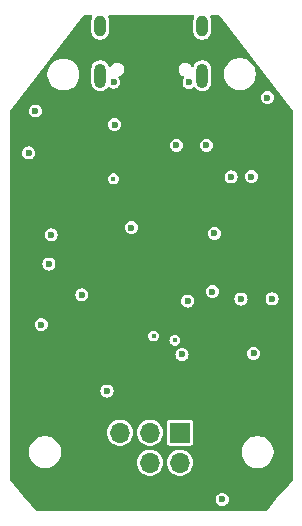
<source format=gbr>
%TF.GenerationSoftware,KiCad,Pcbnew,8.0.0*%
%TF.CreationDate,2026-01-20T23:42:32+05:30*%
%TF.ProjectId,PICKit_Clone_KiCAD,5049434b-6974-45f4-936c-6f6e655f4b69,1.0*%
%TF.SameCoordinates,Original*%
%TF.FileFunction,Copper,L3,Inr*%
%TF.FilePolarity,Positive*%
%FSLAX46Y46*%
G04 Gerber Fmt 4.6, Leading zero omitted, Abs format (unit mm)*
G04 Created by KiCad (PCBNEW 8.0.0) date 2026-01-20 23:42:32*
%MOMM*%
%LPD*%
G01*
G04 APERTURE LIST*
%TA.AperFunction,ComponentPad*%
%ADD10O,1.000000X1.800000*%
%TD*%
%TA.AperFunction,ComponentPad*%
%ADD11O,1.000000X2.100000*%
%TD*%
%TA.AperFunction,ComponentPad*%
%ADD12R,1.700000X1.700000*%
%TD*%
%TA.AperFunction,ComponentPad*%
%ADD13O,1.700000X1.700000*%
%TD*%
%TA.AperFunction,ViaPad*%
%ADD14C,0.600000*%
%TD*%
%TA.AperFunction,ViaPad*%
%ADD15C,0.400000*%
%TD*%
G04 APERTURE END LIST*
D10*
%TO.N,GND*%
%TO.C,J1*%
X150320001Y-71425000D03*
D11*
X150320000Y-75625000D03*
X141680000Y-75625000D03*
D10*
X141680000Y-71425000D03*
%TD*%
D12*
%TO.N,/PGD*%
%TO.C,J2*%
X148425000Y-105855000D03*
D13*
%TO.N,/PGC*%
X148424997Y-108395002D03*
%TO.N,/MCLR*%
X145884998Y-105854997D03*
%TO.N,/VIN*%
X145885000Y-108395000D03*
%TO.N,GND*%
X143345000Y-105855000D03*
%TO.N,/5V*%
X143345000Y-108395001D03*
%TD*%
D14*
%TO.N,GND*%
X137520000Y-89110000D03*
X137330000Y-91580000D03*
X140120000Y-94190000D03*
X152000000Y-111500000D03*
%TO.N,/5V*%
X149000000Y-111500000D03*
%TO.N,GND*%
X148600000Y-99220000D03*
X136170000Y-78610000D03*
X136677497Y-96709998D03*
X142250000Y-102340000D03*
X154670000Y-99150000D03*
X153590000Y-94540000D03*
X142800000Y-76180000D03*
X142900000Y-79780000D03*
X155830000Y-77500000D03*
X148110000Y-81520000D03*
X151340000Y-88989999D03*
X150660000Y-81520000D03*
X135630000Y-82170000D03*
X151170000Y-93910000D03*
D15*
X142794999Y-84359999D03*
D14*
X156230000Y-94530000D03*
X149200000Y-76210000D03*
X144300000Y-88490000D03*
%TO.N,/MCLR_SIG*%
X149090000Y-94720000D03*
%TO.N,/5V*%
X139320000Y-102260000D03*
X154360000Y-82710000D03*
X155510000Y-86700000D03*
X149390000Y-86560000D03*
D15*
X144740000Y-84370000D03*
D14*
X153620000Y-91420000D03*
X153640000Y-88990000D03*
D15*
X142795001Y-91360000D03*
D14*
X141150000Y-96670000D03*
%TO.N,/12V*%
X152760000Y-84200000D03*
X154460000Y-84190000D03*
D15*
%TO.N,Net-(Q2-G)*%
X146190000Y-97670000D03*
X147990000Y-98030000D03*
%TD*%
%TA.AperFunction,Conductor*%
%TO.N,/5V*%
G36*
X140966380Y-70520185D02*
G01*
X141012135Y-70572989D01*
X141022079Y-70642147D01*
X141013902Y-70671953D01*
X140958342Y-70806086D01*
X140958340Y-70806092D01*
X140929500Y-70951079D01*
X140929500Y-70951082D01*
X140929500Y-71898918D01*
X140929500Y-71898920D01*
X140929499Y-71898920D01*
X140958340Y-72043907D01*
X140958343Y-72043917D01*
X141014912Y-72180488D01*
X141014919Y-72180501D01*
X141097048Y-72303415D01*
X141097051Y-72303419D01*
X141201580Y-72407948D01*
X141201584Y-72407951D01*
X141324498Y-72490080D01*
X141324511Y-72490087D01*
X141461082Y-72546656D01*
X141461087Y-72546658D01*
X141461091Y-72546658D01*
X141461092Y-72546659D01*
X141606079Y-72575500D01*
X141606082Y-72575500D01*
X141753920Y-72575500D01*
X141851462Y-72556096D01*
X141898913Y-72546658D01*
X142035495Y-72490084D01*
X142158416Y-72407951D01*
X142262951Y-72303416D01*
X142345084Y-72180495D01*
X142401658Y-72043913D01*
X142430500Y-71898918D01*
X142430500Y-70951082D01*
X142430500Y-70951079D01*
X142401659Y-70806092D01*
X142401658Y-70806091D01*
X142401658Y-70806087D01*
X142346098Y-70671953D01*
X142338629Y-70602483D01*
X142369904Y-70540004D01*
X142429993Y-70504352D01*
X142460659Y-70500500D01*
X149539342Y-70500500D01*
X149606381Y-70520185D01*
X149652136Y-70572989D01*
X149662080Y-70642147D01*
X149653903Y-70671953D01*
X149598343Y-70806086D01*
X149598341Y-70806092D01*
X149569501Y-70951079D01*
X149569501Y-70951082D01*
X149569501Y-71898918D01*
X149569501Y-71898920D01*
X149569500Y-71898920D01*
X149598341Y-72043907D01*
X149598344Y-72043917D01*
X149654913Y-72180488D01*
X149654920Y-72180501D01*
X149737049Y-72303415D01*
X149737052Y-72303419D01*
X149841581Y-72407948D01*
X149841585Y-72407951D01*
X149964499Y-72490080D01*
X149964512Y-72490087D01*
X150101083Y-72546656D01*
X150101088Y-72546658D01*
X150101092Y-72546658D01*
X150101093Y-72546659D01*
X150246080Y-72575500D01*
X150246083Y-72575500D01*
X150393921Y-72575500D01*
X150491463Y-72556096D01*
X150538914Y-72546658D01*
X150675496Y-72490084D01*
X150798417Y-72407951D01*
X150902952Y-72303416D01*
X150985085Y-72180495D01*
X151041659Y-72043913D01*
X151070501Y-71898918D01*
X151070501Y-70951082D01*
X151070501Y-70951079D01*
X151041660Y-70806092D01*
X151041659Y-70806091D01*
X151041659Y-70806087D01*
X150986099Y-70671953D01*
X150978630Y-70602483D01*
X151009905Y-70540004D01*
X151069994Y-70504352D01*
X151100660Y-70500500D01*
X151691390Y-70500500D01*
X151758429Y-70520185D01*
X151789889Y-70549175D01*
X157974000Y-78636089D01*
X157999087Y-78701299D01*
X157999500Y-78711412D01*
X157999500Y-109773899D01*
X157979815Y-109840938D01*
X157970759Y-109853282D01*
X157623667Y-110269793D01*
X156598495Y-111500000D01*
X155802759Y-112454883D01*
X155744720Y-112493782D01*
X155707500Y-112499500D01*
X136292498Y-112499500D01*
X136225459Y-112479815D01*
X136197239Y-112454884D01*
X136197238Y-112454883D01*
X135401491Y-111500000D01*
X151444750Y-111500000D01*
X151463670Y-111643708D01*
X151463671Y-111643712D01*
X151519137Y-111777622D01*
X151519138Y-111777624D01*
X151519139Y-111777625D01*
X151607379Y-111892621D01*
X151722375Y-111980861D01*
X151856291Y-112036330D01*
X151983280Y-112053048D01*
X151999999Y-112055250D01*
X152000000Y-112055250D01*
X152000001Y-112055250D01*
X152014977Y-112053278D01*
X152143709Y-112036330D01*
X152277625Y-111980861D01*
X152392621Y-111892621D01*
X152480861Y-111777625D01*
X152536330Y-111643709D01*
X152555250Y-111500000D01*
X152536330Y-111356291D01*
X152480861Y-111222375D01*
X152392621Y-111107379D01*
X152277625Y-111019139D01*
X152277624Y-111019138D01*
X152277622Y-111019137D01*
X152143712Y-110963671D01*
X152143710Y-110963670D01*
X152143709Y-110963670D01*
X152071854Y-110954210D01*
X152000001Y-110944750D01*
X151999999Y-110944750D01*
X151856291Y-110963670D01*
X151856287Y-110963671D01*
X151722377Y-111019137D01*
X151607379Y-111107379D01*
X151519137Y-111222377D01*
X151463671Y-111356287D01*
X151463670Y-111356291D01*
X151444750Y-111499999D01*
X151444750Y-111500000D01*
X135401491Y-111500000D01*
X135170133Y-111222375D01*
X134029241Y-109853325D01*
X134001445Y-109789222D01*
X134000500Y-109773941D01*
X134000500Y-107606286D01*
X135649500Y-107606286D01*
X135682268Y-107813179D01*
X135682754Y-107816243D01*
X135741080Y-107995752D01*
X135748444Y-108018414D01*
X135844951Y-108207820D01*
X135969890Y-108379786D01*
X136120213Y-108530109D01*
X136292179Y-108655048D01*
X136292181Y-108655049D01*
X136292184Y-108655051D01*
X136481588Y-108751557D01*
X136683757Y-108817246D01*
X136893713Y-108850500D01*
X136893714Y-108850500D01*
X137106286Y-108850500D01*
X137106287Y-108850500D01*
X137316243Y-108817246D01*
X137518412Y-108751557D01*
X137707816Y-108655051D01*
X137786225Y-108598084D01*
X137879786Y-108530109D01*
X137879788Y-108530106D01*
X137879792Y-108530104D01*
X138014896Y-108395000D01*
X144779785Y-108395000D01*
X144798602Y-108598082D01*
X144854417Y-108794247D01*
X144854422Y-108794260D01*
X144945327Y-108976821D01*
X145068237Y-109139581D01*
X145218958Y-109276980D01*
X145218960Y-109276982D01*
X145318141Y-109338392D01*
X145392363Y-109384348D01*
X145582544Y-109458024D01*
X145783024Y-109495500D01*
X145783026Y-109495500D01*
X145986974Y-109495500D01*
X145986976Y-109495500D01*
X146187456Y-109458024D01*
X146377637Y-109384348D01*
X146551041Y-109276981D01*
X146701764Y-109139579D01*
X146824673Y-108976821D01*
X146915582Y-108794250D01*
X146971397Y-108598083D01*
X146990215Y-108395002D01*
X147319782Y-108395002D01*
X147338599Y-108598084D01*
X147394414Y-108794249D01*
X147394419Y-108794262D01*
X147485324Y-108976823D01*
X147608234Y-109139583D01*
X147758955Y-109276982D01*
X147758957Y-109276984D01*
X147858138Y-109338394D01*
X147932360Y-109384350D01*
X148122541Y-109458026D01*
X148323021Y-109495502D01*
X148323023Y-109495502D01*
X148526971Y-109495502D01*
X148526973Y-109495502D01*
X148727453Y-109458026D01*
X148917634Y-109384350D01*
X149091038Y-109276983D01*
X149241761Y-109139581D01*
X149364670Y-108976823D01*
X149455579Y-108794252D01*
X149511394Y-108598085D01*
X149530212Y-108395002D01*
X149511394Y-108191919D01*
X149455579Y-107995752D01*
X149364670Y-107813181D01*
X149241761Y-107650423D01*
X149241759Y-107650420D01*
X149193346Y-107606286D01*
X153649500Y-107606286D01*
X153682268Y-107813179D01*
X153682754Y-107816243D01*
X153741080Y-107995752D01*
X153748444Y-108018414D01*
X153844951Y-108207820D01*
X153969890Y-108379786D01*
X154120213Y-108530109D01*
X154292179Y-108655048D01*
X154292181Y-108655049D01*
X154292184Y-108655051D01*
X154481588Y-108751557D01*
X154683757Y-108817246D01*
X154893713Y-108850500D01*
X154893714Y-108850500D01*
X155106286Y-108850500D01*
X155106287Y-108850500D01*
X155316243Y-108817246D01*
X155518412Y-108751557D01*
X155707816Y-108655051D01*
X155786225Y-108598084D01*
X155879786Y-108530109D01*
X155879788Y-108530106D01*
X155879792Y-108530104D01*
X156030104Y-108379792D01*
X156030106Y-108379788D01*
X156030109Y-108379786D01*
X156155048Y-108207820D01*
X156155047Y-108207820D01*
X156155051Y-108207816D01*
X156251557Y-108018412D01*
X156317246Y-107816243D01*
X156350500Y-107606287D01*
X156350500Y-107393713D01*
X156317246Y-107183757D01*
X156251557Y-106981588D01*
X156155051Y-106792184D01*
X156155049Y-106792181D01*
X156155048Y-106792179D01*
X156030109Y-106620213D01*
X155879786Y-106469890D01*
X155707820Y-106344951D01*
X155518414Y-106248444D01*
X155518413Y-106248443D01*
X155518412Y-106248443D01*
X155316243Y-106182754D01*
X155316241Y-106182753D01*
X155316240Y-106182753D01*
X155154957Y-106157208D01*
X155106287Y-106149500D01*
X154893713Y-106149500D01*
X154845042Y-106157208D01*
X154683760Y-106182753D01*
X154481585Y-106248444D01*
X154292179Y-106344951D01*
X154120213Y-106469890D01*
X153969890Y-106620213D01*
X153844951Y-106792179D01*
X153748444Y-106981585D01*
X153682753Y-107183760D01*
X153649500Y-107393713D01*
X153649500Y-107606286D01*
X149193346Y-107606286D01*
X149091038Y-107513021D01*
X149091036Y-107513019D01*
X148917639Y-107405657D01*
X148917636Y-107405655D01*
X148917634Y-107405654D01*
X148917633Y-107405653D01*
X148917632Y-107405653D01*
X148822543Y-107368816D01*
X148727453Y-107331978D01*
X148526973Y-107294502D01*
X148323021Y-107294502D01*
X148122541Y-107331978D01*
X148122538Y-107331978D01*
X148122538Y-107331979D01*
X147932361Y-107405653D01*
X147932354Y-107405657D01*
X147758957Y-107513019D01*
X147758955Y-107513021D01*
X147608234Y-107650420D01*
X147485324Y-107813180D01*
X147394419Y-107995741D01*
X147394414Y-107995754D01*
X147338599Y-108191919D01*
X147319782Y-108395001D01*
X147319782Y-108395002D01*
X146990215Y-108395002D01*
X146990215Y-108395000D01*
X146971397Y-108191917D01*
X146915582Y-107995750D01*
X146824673Y-107813179D01*
X146701764Y-107650421D01*
X146701762Y-107650418D01*
X146551041Y-107513019D01*
X146551039Y-107513017D01*
X146377642Y-107405655D01*
X146377639Y-107405653D01*
X146377637Y-107405652D01*
X146377636Y-107405651D01*
X146377635Y-107405651D01*
X146282546Y-107368814D01*
X146187456Y-107331976D01*
X145986976Y-107294500D01*
X145783024Y-107294500D01*
X145582544Y-107331976D01*
X145582541Y-107331976D01*
X145582541Y-107331977D01*
X145392364Y-107405651D01*
X145392357Y-107405655D01*
X145218960Y-107513017D01*
X145218958Y-107513019D01*
X145068237Y-107650418D01*
X144945327Y-107813178D01*
X144854422Y-107995739D01*
X144854417Y-107995752D01*
X144798602Y-108191917D01*
X144779785Y-108394999D01*
X144779785Y-108395000D01*
X138014896Y-108395000D01*
X138030104Y-108379792D01*
X138030106Y-108379788D01*
X138030109Y-108379786D01*
X138155048Y-108207820D01*
X138155047Y-108207820D01*
X138155051Y-108207816D01*
X138251557Y-108018412D01*
X138317246Y-107816243D01*
X138350500Y-107606287D01*
X138350500Y-107393713D01*
X138317246Y-107183757D01*
X138251557Y-106981588D01*
X138155051Y-106792184D01*
X138155049Y-106792181D01*
X138155048Y-106792179D01*
X138030109Y-106620213D01*
X137879786Y-106469890D01*
X137707820Y-106344951D01*
X137518414Y-106248444D01*
X137518413Y-106248443D01*
X137518412Y-106248443D01*
X137316243Y-106182754D01*
X137316241Y-106182753D01*
X137316240Y-106182753D01*
X137154957Y-106157208D01*
X137106287Y-106149500D01*
X136893713Y-106149500D01*
X136845042Y-106157208D01*
X136683760Y-106182753D01*
X136481585Y-106248444D01*
X136292179Y-106344951D01*
X136120213Y-106469890D01*
X135969890Y-106620213D01*
X135844951Y-106792179D01*
X135748444Y-106981585D01*
X135682753Y-107183760D01*
X135649500Y-107393713D01*
X135649500Y-107606286D01*
X134000500Y-107606286D01*
X134000500Y-105855000D01*
X142239785Y-105855000D01*
X142258602Y-106058082D01*
X142314417Y-106254247D01*
X142314422Y-106254260D01*
X142405327Y-106436821D01*
X142528237Y-106599581D01*
X142678958Y-106736980D01*
X142678960Y-106736982D01*
X142768107Y-106792179D01*
X142852363Y-106844348D01*
X143042544Y-106918024D01*
X143243024Y-106955500D01*
X143243026Y-106955500D01*
X143446974Y-106955500D01*
X143446976Y-106955500D01*
X143647456Y-106918024D01*
X143837637Y-106844348D01*
X144011041Y-106736981D01*
X144161764Y-106599579D01*
X144284673Y-106436821D01*
X144375582Y-106254250D01*
X144431397Y-106058083D01*
X144450215Y-105855000D01*
X144450215Y-105854997D01*
X144779783Y-105854997D01*
X144798600Y-106058079D01*
X144854415Y-106254244D01*
X144854420Y-106254257D01*
X144945325Y-106436818D01*
X145068235Y-106599578D01*
X145218956Y-106736977D01*
X145218958Y-106736979D01*
X145218963Y-106736982D01*
X145392361Y-106844345D01*
X145582542Y-106918021D01*
X145783022Y-106955497D01*
X145783024Y-106955497D01*
X145986972Y-106955497D01*
X145986974Y-106955497D01*
X146187454Y-106918021D01*
X146377635Y-106844345D01*
X146551039Y-106736978D01*
X146559047Y-106729678D01*
X147324500Y-106729678D01*
X147339032Y-106802735D01*
X147339033Y-106802739D01*
X147339034Y-106802740D01*
X147394399Y-106885601D01*
X147477260Y-106940966D01*
X147477264Y-106940967D01*
X147550321Y-106955499D01*
X147550324Y-106955500D01*
X147550326Y-106955500D01*
X149299676Y-106955500D01*
X149299677Y-106955499D01*
X149372740Y-106940966D01*
X149455601Y-106885601D01*
X149510966Y-106802740D01*
X149525500Y-106729674D01*
X149525500Y-104980326D01*
X149525500Y-104980323D01*
X149525499Y-104980321D01*
X149510967Y-104907264D01*
X149510966Y-104907260D01*
X149455601Y-104824399D01*
X149372740Y-104769034D01*
X149372739Y-104769033D01*
X149372735Y-104769032D01*
X149299677Y-104754500D01*
X149299674Y-104754500D01*
X147550326Y-104754500D01*
X147550323Y-104754500D01*
X147477264Y-104769032D01*
X147477260Y-104769033D01*
X147394399Y-104824399D01*
X147339033Y-104907260D01*
X147339032Y-104907264D01*
X147324500Y-104980321D01*
X147324500Y-106729678D01*
X146559047Y-106729678D01*
X146701762Y-106599576D01*
X146824671Y-106436818D01*
X146915580Y-106254247D01*
X146971395Y-106058080D01*
X146990213Y-105854997D01*
X146971395Y-105651914D01*
X146915580Y-105455747D01*
X146824671Y-105273176D01*
X146765702Y-105195088D01*
X146701760Y-105110415D01*
X146551039Y-104973016D01*
X146551037Y-104973014D01*
X146377640Y-104865652D01*
X146377633Y-104865648D01*
X146187464Y-104791977D01*
X146187454Y-104791973D01*
X145986974Y-104754497D01*
X145783022Y-104754497D01*
X145582542Y-104791973D01*
X145582539Y-104791973D01*
X145582539Y-104791974D01*
X145392362Y-104865648D01*
X145392355Y-104865652D01*
X145218958Y-104973014D01*
X145218956Y-104973016D01*
X145068235Y-105110415D01*
X144945325Y-105273175D01*
X144854420Y-105455736D01*
X144854415Y-105455749D01*
X144798600Y-105651914D01*
X144779783Y-105854996D01*
X144779783Y-105854997D01*
X144450215Y-105854997D01*
X144431397Y-105651917D01*
X144375582Y-105455750D01*
X144375575Y-105455736D01*
X144331272Y-105366764D01*
X144284673Y-105273179D01*
X144161764Y-105110421D01*
X144161762Y-105110418D01*
X144011041Y-104973019D01*
X144011039Y-104973017D01*
X143837642Y-104865655D01*
X143837635Y-104865651D01*
X143731150Y-104824399D01*
X143647456Y-104791976D01*
X143446976Y-104754500D01*
X143243024Y-104754500D01*
X143042544Y-104791976D01*
X143042541Y-104791976D01*
X143042541Y-104791977D01*
X142852364Y-104865651D01*
X142852357Y-104865655D01*
X142678960Y-104973017D01*
X142678958Y-104973019D01*
X142528237Y-105110418D01*
X142405327Y-105273178D01*
X142314422Y-105455739D01*
X142314417Y-105455752D01*
X142258602Y-105651917D01*
X142239785Y-105854999D01*
X142239785Y-105855000D01*
X134000500Y-105855000D01*
X134000500Y-102340000D01*
X141694750Y-102340000D01*
X141713670Y-102483708D01*
X141713671Y-102483712D01*
X141769137Y-102617622D01*
X141769138Y-102617624D01*
X141769139Y-102617625D01*
X141857379Y-102732621D01*
X141972375Y-102820861D01*
X142106291Y-102876330D01*
X142233280Y-102893048D01*
X142249999Y-102895250D01*
X142250000Y-102895250D01*
X142250001Y-102895250D01*
X142264977Y-102893278D01*
X142393709Y-102876330D01*
X142527625Y-102820861D01*
X142642621Y-102732621D01*
X142730861Y-102617625D01*
X142786330Y-102483709D01*
X142805250Y-102340000D01*
X142786330Y-102196291D01*
X142730861Y-102062375D01*
X142642621Y-101947379D01*
X142527625Y-101859139D01*
X142527624Y-101859138D01*
X142527622Y-101859137D01*
X142393712Y-101803671D01*
X142393710Y-101803670D01*
X142393709Y-101803670D01*
X142321854Y-101794210D01*
X142250001Y-101784750D01*
X142249999Y-101784750D01*
X142106291Y-101803670D01*
X142106287Y-101803671D01*
X141972377Y-101859137D01*
X141857379Y-101947379D01*
X141769137Y-102062377D01*
X141713671Y-102196287D01*
X141713670Y-102196291D01*
X141694750Y-102339999D01*
X141694750Y-102340000D01*
X134000500Y-102340000D01*
X134000500Y-99220000D01*
X148044750Y-99220000D01*
X148063670Y-99363708D01*
X148063671Y-99363712D01*
X148119137Y-99497622D01*
X148119138Y-99497624D01*
X148119139Y-99497625D01*
X148207379Y-99612621D01*
X148322375Y-99700861D01*
X148456291Y-99756330D01*
X148583280Y-99773048D01*
X148599999Y-99775250D01*
X148600000Y-99775250D01*
X148600001Y-99775250D01*
X148614977Y-99773278D01*
X148743709Y-99756330D01*
X148877625Y-99700861D01*
X148992621Y-99612621D01*
X149080861Y-99497625D01*
X149136330Y-99363709D01*
X149155250Y-99220000D01*
X149146034Y-99150000D01*
X154114750Y-99150000D01*
X154133670Y-99293708D01*
X154133671Y-99293712D01*
X154189137Y-99427622D01*
X154189138Y-99427624D01*
X154189139Y-99427625D01*
X154277379Y-99542621D01*
X154392375Y-99630861D01*
X154526291Y-99686330D01*
X154653280Y-99703048D01*
X154669999Y-99705250D01*
X154670000Y-99705250D01*
X154670001Y-99705250D01*
X154684977Y-99703278D01*
X154813709Y-99686330D01*
X154947625Y-99630861D01*
X155062621Y-99542621D01*
X155150861Y-99427625D01*
X155206330Y-99293709D01*
X155225250Y-99150000D01*
X155206330Y-99006291D01*
X155150861Y-98872375D01*
X155062621Y-98757379D01*
X154947625Y-98669139D01*
X154947624Y-98669138D01*
X154947622Y-98669137D01*
X154813712Y-98613671D01*
X154813710Y-98613670D01*
X154813709Y-98613670D01*
X154741854Y-98604210D01*
X154670001Y-98594750D01*
X154669999Y-98594750D01*
X154526291Y-98613670D01*
X154526287Y-98613671D01*
X154392377Y-98669137D01*
X154277379Y-98757379D01*
X154189137Y-98872377D01*
X154133671Y-99006287D01*
X154133670Y-99006291D01*
X154114750Y-99149999D01*
X154114750Y-99150000D01*
X149146034Y-99150000D01*
X149136330Y-99076291D01*
X149080861Y-98942375D01*
X148992621Y-98827379D01*
X148877625Y-98739139D01*
X148877624Y-98739138D01*
X148877622Y-98739137D01*
X148743712Y-98683671D01*
X148743710Y-98683670D01*
X148743709Y-98683670D01*
X148671854Y-98674210D01*
X148600001Y-98664750D01*
X148599999Y-98664750D01*
X148456291Y-98683670D01*
X148456287Y-98683671D01*
X148322377Y-98739137D01*
X148207379Y-98827379D01*
X148119137Y-98942377D01*
X148063671Y-99076287D01*
X148063670Y-99076291D01*
X148044750Y-99219999D01*
X148044750Y-99220000D01*
X134000500Y-99220000D01*
X134000500Y-97670000D01*
X145734867Y-97670000D01*
X145753302Y-97798225D01*
X145800592Y-97901774D01*
X145807118Y-97916063D01*
X145891951Y-98013967D01*
X146000931Y-98084004D01*
X146125225Y-98120499D01*
X146125227Y-98120500D01*
X146125228Y-98120500D01*
X146254773Y-98120500D01*
X146254773Y-98120499D01*
X146379069Y-98084004D01*
X146463101Y-98030000D01*
X147534867Y-98030000D01*
X147553302Y-98158225D01*
X147607117Y-98276061D01*
X147607118Y-98276063D01*
X147691951Y-98373967D01*
X147800931Y-98444004D01*
X147925225Y-98480499D01*
X147925227Y-98480500D01*
X147925228Y-98480500D01*
X148054773Y-98480500D01*
X148054773Y-98480499D01*
X148179069Y-98444004D01*
X148288049Y-98373967D01*
X148372882Y-98276063D01*
X148426697Y-98158226D01*
X148445133Y-98030000D01*
X148426697Y-97901774D01*
X148372882Y-97783937D01*
X148288049Y-97686033D01*
X148179069Y-97615996D01*
X148179065Y-97615994D01*
X148179064Y-97615994D01*
X148054774Y-97579500D01*
X148054772Y-97579500D01*
X147925228Y-97579500D01*
X147925226Y-97579500D01*
X147800935Y-97615994D01*
X147800932Y-97615995D01*
X147800931Y-97615996D01*
X147749677Y-97648934D01*
X147691950Y-97686033D01*
X147607118Y-97783937D01*
X147607117Y-97783938D01*
X147553302Y-97901774D01*
X147534867Y-98030000D01*
X146463101Y-98030000D01*
X146488049Y-98013967D01*
X146572882Y-97916063D01*
X146626697Y-97798226D01*
X146645133Y-97670000D01*
X146626697Y-97541774D01*
X146572882Y-97423937D01*
X146488049Y-97326033D01*
X146379069Y-97255996D01*
X146379065Y-97255994D01*
X146379064Y-97255994D01*
X146254774Y-97219500D01*
X146254772Y-97219500D01*
X146125228Y-97219500D01*
X146125226Y-97219500D01*
X146000935Y-97255994D01*
X146000932Y-97255995D01*
X146000931Y-97255996D01*
X145986535Y-97265248D01*
X145891950Y-97326033D01*
X145807118Y-97423937D01*
X145807117Y-97423938D01*
X145753302Y-97541774D01*
X145734867Y-97670000D01*
X134000500Y-97670000D01*
X134000500Y-96709998D01*
X136122247Y-96709998D01*
X136141167Y-96853706D01*
X136141168Y-96853710D01*
X136196634Y-96987620D01*
X136196635Y-96987622D01*
X136196636Y-96987623D01*
X136284876Y-97102619D01*
X136399872Y-97190859D01*
X136533788Y-97246328D01*
X136660777Y-97263046D01*
X136677496Y-97265248D01*
X136677497Y-97265248D01*
X136677498Y-97265248D01*
X136692474Y-97263276D01*
X136821206Y-97246328D01*
X136955122Y-97190859D01*
X137070118Y-97102619D01*
X137158358Y-96987623D01*
X137213827Y-96853707D01*
X137232747Y-96709998D01*
X137213827Y-96566289D01*
X137158358Y-96432373D01*
X137070118Y-96317377D01*
X136955122Y-96229137D01*
X136955121Y-96229136D01*
X136955119Y-96229135D01*
X136821209Y-96173669D01*
X136821207Y-96173668D01*
X136821206Y-96173668D01*
X136749351Y-96164208D01*
X136677498Y-96154748D01*
X136677496Y-96154748D01*
X136533788Y-96173668D01*
X136533784Y-96173669D01*
X136399874Y-96229135D01*
X136284876Y-96317377D01*
X136196634Y-96432375D01*
X136141168Y-96566285D01*
X136141167Y-96566289D01*
X136122247Y-96709997D01*
X136122247Y-96709998D01*
X134000500Y-96709998D01*
X134000500Y-94190000D01*
X139564750Y-94190000D01*
X139583670Y-94333708D01*
X139583671Y-94333712D01*
X139639137Y-94467622D01*
X139639138Y-94467624D01*
X139639139Y-94467625D01*
X139727379Y-94582621D01*
X139842375Y-94670861D01*
X139842376Y-94670861D01*
X139842377Y-94670862D01*
X139887013Y-94689350D01*
X139976291Y-94726330D01*
X140103280Y-94743048D01*
X140119999Y-94745250D01*
X140120000Y-94745250D01*
X140120001Y-94745250D01*
X140134977Y-94743278D01*
X140263709Y-94726330D01*
X140278991Y-94720000D01*
X148534750Y-94720000D01*
X148547602Y-94817622D01*
X148553670Y-94863708D01*
X148553671Y-94863712D01*
X148609137Y-94997622D01*
X148609138Y-94997624D01*
X148609139Y-94997625D01*
X148697379Y-95112621D01*
X148812375Y-95200861D01*
X148946291Y-95256330D01*
X149073280Y-95273048D01*
X149089999Y-95275250D01*
X149090000Y-95275250D01*
X149090001Y-95275250D01*
X149104977Y-95273278D01*
X149233709Y-95256330D01*
X149367625Y-95200861D01*
X149482621Y-95112621D01*
X149570861Y-94997625D01*
X149626330Y-94863709D01*
X149645250Y-94720000D01*
X149626330Y-94576291D01*
X149611298Y-94540000D01*
X153034750Y-94540000D01*
X153052353Y-94673709D01*
X153053670Y-94683708D01*
X153053671Y-94683712D01*
X153109137Y-94817622D01*
X153109138Y-94817624D01*
X153109139Y-94817625D01*
X153197379Y-94932621D01*
X153312375Y-95020861D01*
X153446291Y-95076330D01*
X153573280Y-95093048D01*
X153589999Y-95095250D01*
X153590000Y-95095250D01*
X153590001Y-95095250D01*
X153604977Y-95093278D01*
X153733709Y-95076330D01*
X153867625Y-95020861D01*
X153982621Y-94932621D01*
X154070861Y-94817625D01*
X154126330Y-94683709D01*
X154145250Y-94540000D01*
X154143933Y-94530000D01*
X155674750Y-94530000D01*
X155693670Y-94673708D01*
X155693671Y-94673712D01*
X155749137Y-94807622D01*
X155749138Y-94807624D01*
X155749139Y-94807625D01*
X155837379Y-94922621D01*
X155952375Y-95010861D01*
X156086291Y-95066330D01*
X156213280Y-95083048D01*
X156229999Y-95085250D01*
X156230000Y-95085250D01*
X156230001Y-95085250D01*
X156244977Y-95083278D01*
X156373709Y-95066330D01*
X156507625Y-95010861D01*
X156622621Y-94922621D01*
X156710861Y-94807625D01*
X156766330Y-94673709D01*
X156785250Y-94530000D01*
X156766330Y-94386291D01*
X156710861Y-94252375D01*
X156622621Y-94137379D01*
X156507625Y-94049139D01*
X156507624Y-94049138D01*
X156507622Y-94049137D01*
X156373712Y-93993671D01*
X156373710Y-93993670D01*
X156373709Y-93993670D01*
X156301854Y-93984210D01*
X156230001Y-93974750D01*
X156229999Y-93974750D01*
X156086291Y-93993670D01*
X156086287Y-93993671D01*
X155952377Y-94049137D01*
X155837379Y-94137379D01*
X155749137Y-94252377D01*
X155693671Y-94386287D01*
X155693670Y-94386291D01*
X155674750Y-94529999D01*
X155674750Y-94530000D01*
X154143933Y-94530000D01*
X154135721Y-94467622D01*
X154126330Y-94396291D01*
X154070861Y-94262375D01*
X153982621Y-94147379D01*
X153867625Y-94059139D01*
X153867624Y-94059138D01*
X153867622Y-94059137D01*
X153733712Y-94003671D01*
X153733710Y-94003670D01*
X153733709Y-94003670D01*
X153661854Y-93994210D01*
X153590001Y-93984750D01*
X153589999Y-93984750D01*
X153446291Y-94003670D01*
X153446287Y-94003671D01*
X153312377Y-94059137D01*
X153197379Y-94147379D01*
X153109137Y-94262377D01*
X153053671Y-94396287D01*
X153053670Y-94396291D01*
X153036067Y-94530000D01*
X153034750Y-94540000D01*
X149611298Y-94540000D01*
X149581320Y-94467625D01*
X149570862Y-94442377D01*
X149570861Y-94442376D01*
X149570861Y-94442375D01*
X149482621Y-94327379D01*
X149367625Y-94239139D01*
X149367624Y-94239138D01*
X149367622Y-94239137D01*
X149233712Y-94183671D01*
X149233710Y-94183670D01*
X149233709Y-94183670D01*
X149161854Y-94174210D01*
X149090001Y-94164750D01*
X149089999Y-94164750D01*
X148946291Y-94183670D01*
X148946287Y-94183671D01*
X148812377Y-94239137D01*
X148697379Y-94327379D01*
X148609137Y-94442377D01*
X148553671Y-94576287D01*
X148553670Y-94576291D01*
X148540845Y-94673708D01*
X148534750Y-94720000D01*
X140278991Y-94720000D01*
X140397625Y-94670861D01*
X140512621Y-94582621D01*
X140600861Y-94467625D01*
X140656330Y-94333709D01*
X140675250Y-94190000D01*
X140656330Y-94046291D01*
X140600861Y-93912375D01*
X140599039Y-93910000D01*
X150614750Y-93910000D01*
X150632693Y-94046291D01*
X150633670Y-94053708D01*
X150633671Y-94053712D01*
X150689137Y-94187622D01*
X150689138Y-94187624D01*
X150689139Y-94187625D01*
X150777379Y-94302621D01*
X150892375Y-94390861D01*
X150892376Y-94390861D01*
X150892377Y-94390862D01*
X150905484Y-94396291D01*
X151026291Y-94446330D01*
X151153280Y-94463048D01*
X151169999Y-94465250D01*
X151170000Y-94465250D01*
X151170001Y-94465250D01*
X151184977Y-94463278D01*
X151313709Y-94446330D01*
X151447625Y-94390861D01*
X151562621Y-94302621D01*
X151650861Y-94187625D01*
X151706330Y-94053709D01*
X151725250Y-93910000D01*
X151706330Y-93766291D01*
X151650861Y-93632375D01*
X151562621Y-93517379D01*
X151447625Y-93429139D01*
X151447624Y-93429138D01*
X151447622Y-93429137D01*
X151313712Y-93373671D01*
X151313710Y-93373670D01*
X151313709Y-93373670D01*
X151241854Y-93364210D01*
X151170001Y-93354750D01*
X151169999Y-93354750D01*
X151026291Y-93373670D01*
X151026287Y-93373671D01*
X150892377Y-93429137D01*
X150777379Y-93517379D01*
X150689137Y-93632377D01*
X150633671Y-93766287D01*
X150633670Y-93766291D01*
X150614750Y-93910000D01*
X140599039Y-93910000D01*
X140512621Y-93797379D01*
X140397625Y-93709139D01*
X140397624Y-93709138D01*
X140397622Y-93709137D01*
X140263712Y-93653671D01*
X140263710Y-93653670D01*
X140263709Y-93653670D01*
X140191854Y-93644210D01*
X140120001Y-93634750D01*
X140119999Y-93634750D01*
X139976291Y-93653670D01*
X139976287Y-93653671D01*
X139842377Y-93709137D01*
X139727379Y-93797379D01*
X139639137Y-93912377D01*
X139583671Y-94046287D01*
X139583670Y-94046291D01*
X139564750Y-94189999D01*
X139564750Y-94190000D01*
X134000500Y-94190000D01*
X134000500Y-91580000D01*
X136774750Y-91580000D01*
X136793670Y-91723708D01*
X136793671Y-91723712D01*
X136849137Y-91857622D01*
X136849138Y-91857624D01*
X136849139Y-91857625D01*
X136937379Y-91972621D01*
X137052375Y-92060861D01*
X137186291Y-92116330D01*
X137313280Y-92133048D01*
X137329999Y-92135250D01*
X137330000Y-92135250D01*
X137330001Y-92135250D01*
X137344977Y-92133278D01*
X137473709Y-92116330D01*
X137607625Y-92060861D01*
X137722621Y-91972621D01*
X137810861Y-91857625D01*
X137866330Y-91723709D01*
X137885250Y-91580000D01*
X137866330Y-91436291D01*
X137810861Y-91302375D01*
X137722621Y-91187379D01*
X137607625Y-91099139D01*
X137607624Y-91099138D01*
X137607622Y-91099137D01*
X137473712Y-91043671D01*
X137473710Y-91043670D01*
X137473709Y-91043670D01*
X137401854Y-91034210D01*
X137330001Y-91024750D01*
X137329999Y-91024750D01*
X137186291Y-91043670D01*
X137186287Y-91043671D01*
X137052377Y-91099137D01*
X136937379Y-91187379D01*
X136849137Y-91302377D01*
X136793671Y-91436287D01*
X136793670Y-91436291D01*
X136774750Y-91579999D01*
X136774750Y-91580000D01*
X134000500Y-91580000D01*
X134000500Y-89110000D01*
X136964750Y-89110000D01*
X136983670Y-89253708D01*
X136983671Y-89253712D01*
X137039137Y-89387622D01*
X137039138Y-89387624D01*
X137039139Y-89387625D01*
X137127379Y-89502621D01*
X137242375Y-89590861D01*
X137376291Y-89646330D01*
X137503280Y-89663048D01*
X137519999Y-89665250D01*
X137520000Y-89665250D01*
X137520001Y-89665250D01*
X137534977Y-89663278D01*
X137663709Y-89646330D01*
X137797625Y-89590861D01*
X137912621Y-89502621D01*
X138000861Y-89387625D01*
X138056330Y-89253709D01*
X138075250Y-89110000D01*
X138056330Y-88966291D01*
X138000861Y-88832375D01*
X137912621Y-88717379D01*
X137797625Y-88629139D01*
X137797624Y-88629138D01*
X137797622Y-88629137D01*
X137663712Y-88573671D01*
X137663710Y-88573670D01*
X137663709Y-88573670D01*
X137591854Y-88564210D01*
X137520001Y-88554750D01*
X137519999Y-88554750D01*
X137376291Y-88573670D01*
X137376287Y-88573671D01*
X137242377Y-88629137D01*
X137127379Y-88717379D01*
X137039137Y-88832377D01*
X136983671Y-88966287D01*
X136983670Y-88966291D01*
X136964750Y-89109999D01*
X136964750Y-89110000D01*
X134000500Y-89110000D01*
X134000500Y-88490000D01*
X143744750Y-88490000D01*
X143763670Y-88633708D01*
X143763671Y-88633712D01*
X143819137Y-88767622D01*
X143819138Y-88767624D01*
X143819139Y-88767625D01*
X143907379Y-88882621D01*
X144022375Y-88970861D01*
X144156291Y-89026330D01*
X144283280Y-89043048D01*
X144299999Y-89045250D01*
X144300000Y-89045250D01*
X144300001Y-89045250D01*
X144314977Y-89043278D01*
X144443709Y-89026330D01*
X144531421Y-88989999D01*
X150784750Y-88989999D01*
X150803670Y-89133707D01*
X150803671Y-89133711D01*
X150859137Y-89267621D01*
X150859138Y-89267623D01*
X150859139Y-89267624D01*
X150947379Y-89382620D01*
X151062375Y-89470860D01*
X151196291Y-89526329D01*
X151323280Y-89543047D01*
X151339999Y-89545249D01*
X151340000Y-89545249D01*
X151340001Y-89545249D01*
X151354977Y-89543277D01*
X151483709Y-89526329D01*
X151617625Y-89470860D01*
X151732621Y-89382620D01*
X151820861Y-89267624D01*
X151876330Y-89133708D01*
X151895250Y-88989999D01*
X151876330Y-88846290D01*
X151820861Y-88712374D01*
X151732621Y-88597378D01*
X151617625Y-88509138D01*
X151617624Y-88509137D01*
X151617622Y-88509136D01*
X151483712Y-88453670D01*
X151483710Y-88453669D01*
X151483709Y-88453669D01*
X151411854Y-88444209D01*
X151340001Y-88434749D01*
X151339999Y-88434749D01*
X151196291Y-88453669D01*
X151196287Y-88453670D01*
X151062377Y-88509136D01*
X150947379Y-88597378D01*
X150859137Y-88712376D01*
X150803671Y-88846286D01*
X150803670Y-88846290D01*
X150784750Y-88989998D01*
X150784750Y-88989999D01*
X144531421Y-88989999D01*
X144577625Y-88970861D01*
X144692621Y-88882621D01*
X144780861Y-88767625D01*
X144836330Y-88633709D01*
X144855250Y-88490000D01*
X144836330Y-88346291D01*
X144780861Y-88212375D01*
X144692621Y-88097379D01*
X144577625Y-88009139D01*
X144577624Y-88009138D01*
X144577622Y-88009137D01*
X144443712Y-87953671D01*
X144443710Y-87953670D01*
X144443709Y-87953670D01*
X144371854Y-87944210D01*
X144300001Y-87934750D01*
X144299999Y-87934750D01*
X144156291Y-87953670D01*
X144156287Y-87953671D01*
X144022377Y-88009137D01*
X143907379Y-88097379D01*
X143819137Y-88212377D01*
X143763671Y-88346287D01*
X143763670Y-88346291D01*
X143744750Y-88489999D01*
X143744750Y-88490000D01*
X134000500Y-88490000D01*
X134000500Y-84359999D01*
X142339866Y-84359999D01*
X142358301Y-84488224D01*
X142412116Y-84606060D01*
X142412117Y-84606062D01*
X142496950Y-84703966D01*
X142605930Y-84774003D01*
X142730224Y-84810498D01*
X142730226Y-84810499D01*
X142730227Y-84810499D01*
X142859772Y-84810499D01*
X142859772Y-84810498D01*
X142984068Y-84774003D01*
X143093048Y-84703966D01*
X143177881Y-84606062D01*
X143231696Y-84488225D01*
X143250132Y-84359999D01*
X143231696Y-84231773D01*
X143217186Y-84200000D01*
X152204750Y-84200000D01*
X152222353Y-84333709D01*
X152223670Y-84343708D01*
X152223671Y-84343712D01*
X152279137Y-84477622D01*
X152279138Y-84477624D01*
X152279139Y-84477625D01*
X152367379Y-84592621D01*
X152482375Y-84680861D01*
X152616291Y-84736330D01*
X152743280Y-84753048D01*
X152759999Y-84755250D01*
X152760000Y-84755250D01*
X152760001Y-84755250D01*
X152774977Y-84753278D01*
X152903709Y-84736330D01*
X153037625Y-84680861D01*
X153152621Y-84592621D01*
X153240861Y-84477625D01*
X153296330Y-84343709D01*
X153315250Y-84200000D01*
X153313933Y-84190000D01*
X153904750Y-84190000D01*
X153923670Y-84333708D01*
X153923671Y-84333712D01*
X153979137Y-84467622D01*
X153979138Y-84467624D01*
X153979139Y-84467625D01*
X154067379Y-84582621D01*
X154182375Y-84670861D01*
X154316291Y-84726330D01*
X154443280Y-84743048D01*
X154459999Y-84745250D01*
X154460000Y-84745250D01*
X154460001Y-84745250D01*
X154474977Y-84743278D01*
X154603709Y-84726330D01*
X154737625Y-84670861D01*
X154852621Y-84582621D01*
X154940861Y-84467625D01*
X154996330Y-84333709D01*
X155015250Y-84190000D01*
X154996330Y-84046291D01*
X154940861Y-83912375D01*
X154852621Y-83797379D01*
X154737625Y-83709139D01*
X154737624Y-83709138D01*
X154737622Y-83709137D01*
X154603712Y-83653671D01*
X154603710Y-83653670D01*
X154603709Y-83653670D01*
X154531854Y-83644210D01*
X154460001Y-83634750D01*
X154459999Y-83634750D01*
X154316291Y-83653670D01*
X154316287Y-83653671D01*
X154182377Y-83709137D01*
X154067379Y-83797379D01*
X153979137Y-83912377D01*
X153923671Y-84046287D01*
X153923670Y-84046291D01*
X153904750Y-84189999D01*
X153904750Y-84190000D01*
X153313933Y-84190000D01*
X153303919Y-84113936D01*
X153296330Y-84056291D01*
X153240861Y-83922375D01*
X153152621Y-83807379D01*
X153037625Y-83719139D01*
X153037624Y-83719138D01*
X153037622Y-83719137D01*
X152903712Y-83663671D01*
X152903710Y-83663670D01*
X152903709Y-83663670D01*
X152831854Y-83654210D01*
X152760001Y-83644750D01*
X152759999Y-83644750D01*
X152616291Y-83663670D01*
X152616287Y-83663671D01*
X152482377Y-83719137D01*
X152367379Y-83807379D01*
X152279137Y-83922377D01*
X152223671Y-84056287D01*
X152223670Y-84056291D01*
X152206067Y-84190000D01*
X152204750Y-84200000D01*
X143217186Y-84200000D01*
X143177881Y-84113936D01*
X143093048Y-84016032D01*
X142984068Y-83945995D01*
X142984064Y-83945993D01*
X142984063Y-83945993D01*
X142859773Y-83909499D01*
X142859771Y-83909499D01*
X142730227Y-83909499D01*
X142730225Y-83909499D01*
X142605934Y-83945993D01*
X142605931Y-83945994D01*
X142605930Y-83945995D01*
X142554676Y-83978933D01*
X142496949Y-84016032D01*
X142412117Y-84113936D01*
X142412116Y-84113937D01*
X142358301Y-84231773D01*
X142339866Y-84359999D01*
X134000500Y-84359999D01*
X134000500Y-82170000D01*
X135074750Y-82170000D01*
X135093670Y-82313708D01*
X135093671Y-82313712D01*
X135149137Y-82447622D01*
X135149138Y-82447624D01*
X135149139Y-82447625D01*
X135237379Y-82562621D01*
X135352375Y-82650861D01*
X135486291Y-82706330D01*
X135613280Y-82723048D01*
X135629999Y-82725250D01*
X135630000Y-82725250D01*
X135630001Y-82725250D01*
X135644977Y-82723278D01*
X135773709Y-82706330D01*
X135907625Y-82650861D01*
X136022621Y-82562621D01*
X136110861Y-82447625D01*
X136166330Y-82313709D01*
X136185250Y-82170000D01*
X136166330Y-82026291D01*
X136110861Y-81892375D01*
X136022621Y-81777379D01*
X135907625Y-81689139D01*
X135907624Y-81689138D01*
X135907622Y-81689137D01*
X135773712Y-81633671D01*
X135773710Y-81633670D01*
X135773709Y-81633670D01*
X135701854Y-81624210D01*
X135630001Y-81614750D01*
X135629999Y-81614750D01*
X135486291Y-81633670D01*
X135486287Y-81633671D01*
X135352377Y-81689137D01*
X135237379Y-81777379D01*
X135149137Y-81892377D01*
X135093671Y-82026287D01*
X135093670Y-82026291D01*
X135074750Y-82169999D01*
X135074750Y-82170000D01*
X134000500Y-82170000D01*
X134000500Y-81520000D01*
X147554750Y-81520000D01*
X147573670Y-81663708D01*
X147573671Y-81663712D01*
X147629137Y-81797622D01*
X147629138Y-81797624D01*
X147629139Y-81797625D01*
X147717379Y-81912621D01*
X147832375Y-82000861D01*
X147966291Y-82056330D01*
X148093280Y-82073048D01*
X148109999Y-82075250D01*
X148110000Y-82075250D01*
X148110001Y-82075250D01*
X148124977Y-82073278D01*
X148253709Y-82056330D01*
X148387625Y-82000861D01*
X148502621Y-81912621D01*
X148590861Y-81797625D01*
X148646330Y-81663709D01*
X148665250Y-81520000D01*
X150104750Y-81520000D01*
X150123670Y-81663708D01*
X150123671Y-81663712D01*
X150179137Y-81797622D01*
X150179138Y-81797624D01*
X150179139Y-81797625D01*
X150267379Y-81912621D01*
X150382375Y-82000861D01*
X150516291Y-82056330D01*
X150643280Y-82073048D01*
X150659999Y-82075250D01*
X150660000Y-82075250D01*
X150660001Y-82075250D01*
X150674977Y-82073278D01*
X150803709Y-82056330D01*
X150937625Y-82000861D01*
X151052621Y-81912621D01*
X151140861Y-81797625D01*
X151196330Y-81663709D01*
X151215250Y-81520000D01*
X151196330Y-81376291D01*
X151140861Y-81242375D01*
X151052621Y-81127379D01*
X150937625Y-81039139D01*
X150937624Y-81039138D01*
X150937622Y-81039137D01*
X150803712Y-80983671D01*
X150803710Y-80983670D01*
X150803709Y-80983670D01*
X150731854Y-80974210D01*
X150660001Y-80964750D01*
X150659999Y-80964750D01*
X150516291Y-80983670D01*
X150516287Y-80983671D01*
X150382377Y-81039137D01*
X150267379Y-81127379D01*
X150179137Y-81242377D01*
X150123671Y-81376287D01*
X150123670Y-81376291D01*
X150104750Y-81519999D01*
X150104750Y-81520000D01*
X148665250Y-81520000D01*
X148646330Y-81376291D01*
X148590861Y-81242375D01*
X148502621Y-81127379D01*
X148387625Y-81039139D01*
X148387624Y-81039138D01*
X148387622Y-81039137D01*
X148253712Y-80983671D01*
X148253710Y-80983670D01*
X148253709Y-80983670D01*
X148181854Y-80974210D01*
X148110001Y-80964750D01*
X148109999Y-80964750D01*
X147966291Y-80983670D01*
X147966287Y-80983671D01*
X147832377Y-81039137D01*
X147717379Y-81127379D01*
X147629137Y-81242377D01*
X147573671Y-81376287D01*
X147573670Y-81376291D01*
X147554750Y-81519999D01*
X147554750Y-81520000D01*
X134000500Y-81520000D01*
X134000500Y-79780000D01*
X142344750Y-79780000D01*
X142363670Y-79923708D01*
X142363671Y-79923712D01*
X142419137Y-80057622D01*
X142419138Y-80057624D01*
X142419139Y-80057625D01*
X142507379Y-80172621D01*
X142622375Y-80260861D01*
X142756291Y-80316330D01*
X142883280Y-80333048D01*
X142899999Y-80335250D01*
X142900000Y-80335250D01*
X142900001Y-80335250D01*
X142914977Y-80333278D01*
X143043709Y-80316330D01*
X143177625Y-80260861D01*
X143292621Y-80172621D01*
X143380861Y-80057625D01*
X143436330Y-79923709D01*
X143455250Y-79780000D01*
X143436330Y-79636291D01*
X143380861Y-79502375D01*
X143292621Y-79387379D01*
X143177625Y-79299139D01*
X143177624Y-79299138D01*
X143177622Y-79299137D01*
X143043712Y-79243671D01*
X143043710Y-79243670D01*
X143043709Y-79243670D01*
X142971854Y-79234210D01*
X142900001Y-79224750D01*
X142899999Y-79224750D01*
X142756291Y-79243670D01*
X142756287Y-79243671D01*
X142622377Y-79299137D01*
X142507379Y-79387379D01*
X142419137Y-79502377D01*
X142363671Y-79636287D01*
X142363670Y-79636291D01*
X142344750Y-79779999D01*
X142344750Y-79780000D01*
X134000500Y-79780000D01*
X134000500Y-78711413D01*
X134020185Y-78644374D01*
X134025992Y-78636099D01*
X134045950Y-78610000D01*
X135614750Y-78610000D01*
X135633670Y-78753708D01*
X135633671Y-78753712D01*
X135689137Y-78887622D01*
X135689138Y-78887624D01*
X135689139Y-78887625D01*
X135777379Y-79002621D01*
X135892375Y-79090861D01*
X136026291Y-79146330D01*
X136153280Y-79163048D01*
X136169999Y-79165250D01*
X136170000Y-79165250D01*
X136170001Y-79165250D01*
X136184977Y-79163278D01*
X136313709Y-79146330D01*
X136447625Y-79090861D01*
X136562621Y-79002621D01*
X136650861Y-78887625D01*
X136706330Y-78753709D01*
X136725250Y-78610000D01*
X136706330Y-78466291D01*
X136650861Y-78332375D01*
X136562621Y-78217379D01*
X136447625Y-78129139D01*
X136447624Y-78129138D01*
X136447622Y-78129137D01*
X136313712Y-78073671D01*
X136313710Y-78073670D01*
X136313709Y-78073670D01*
X136241854Y-78064210D01*
X136170001Y-78054750D01*
X136169999Y-78054750D01*
X136026291Y-78073670D01*
X136026287Y-78073671D01*
X135892377Y-78129137D01*
X135777379Y-78217379D01*
X135689137Y-78332377D01*
X135633671Y-78466287D01*
X135633670Y-78466291D01*
X135614750Y-78609999D01*
X135614750Y-78610000D01*
X134045950Y-78610000D01*
X134894774Y-77500000D01*
X155274750Y-77500000D01*
X155293670Y-77643708D01*
X155293671Y-77643712D01*
X155349137Y-77777622D01*
X155349138Y-77777624D01*
X155349139Y-77777625D01*
X155437379Y-77892621D01*
X155552375Y-77980861D01*
X155686291Y-78036330D01*
X155813280Y-78053048D01*
X155829999Y-78055250D01*
X155830000Y-78055250D01*
X155830001Y-78055250D01*
X155844977Y-78053278D01*
X155973709Y-78036330D01*
X156107625Y-77980861D01*
X156222621Y-77892621D01*
X156310861Y-77777625D01*
X156366330Y-77643709D01*
X156385250Y-77500000D01*
X156366330Y-77356291D01*
X156310861Y-77222375D01*
X156222621Y-77107379D01*
X156107625Y-77019139D01*
X156107624Y-77019138D01*
X156107622Y-77019137D01*
X155973712Y-76963671D01*
X155973710Y-76963670D01*
X155973709Y-76963670D01*
X155901854Y-76954210D01*
X155830001Y-76944750D01*
X155829999Y-76944750D01*
X155686291Y-76963670D01*
X155686287Y-76963671D01*
X155552377Y-77019137D01*
X155437379Y-77107379D01*
X155349137Y-77222377D01*
X155293671Y-77356287D01*
X155293670Y-77356291D01*
X155274750Y-77499999D01*
X155274750Y-77500000D01*
X134894774Y-77500000D01*
X136319966Y-75636287D01*
X137209500Y-75636287D01*
X137242754Y-75846243D01*
X137304503Y-76036287D01*
X137308444Y-76048414D01*
X137404951Y-76237820D01*
X137529890Y-76409786D01*
X137680213Y-76560109D01*
X137852179Y-76685048D01*
X137852181Y-76685049D01*
X137852184Y-76685051D01*
X138041588Y-76781557D01*
X138243757Y-76847246D01*
X138453713Y-76880500D01*
X138453714Y-76880500D01*
X138666286Y-76880500D01*
X138666287Y-76880500D01*
X138876243Y-76847246D01*
X139078412Y-76781557D01*
X139267816Y-76685051D01*
X139334191Y-76636827D01*
X139439786Y-76560109D01*
X139439788Y-76560106D01*
X139439792Y-76560104D01*
X139590104Y-76409792D01*
X139590106Y-76409788D01*
X139590109Y-76409786D01*
X139699086Y-76259789D01*
X139706983Y-76248920D01*
X140929499Y-76248920D01*
X140958340Y-76393907D01*
X140958343Y-76393917D01*
X141014912Y-76530488D01*
X141014919Y-76530501D01*
X141097048Y-76653415D01*
X141097051Y-76653419D01*
X141201580Y-76757948D01*
X141201584Y-76757951D01*
X141324498Y-76840080D01*
X141324511Y-76840087D01*
X141422078Y-76880500D01*
X141461087Y-76896658D01*
X141461091Y-76896658D01*
X141461092Y-76896659D01*
X141606079Y-76925500D01*
X141606082Y-76925500D01*
X141753920Y-76925500D01*
X141851462Y-76906096D01*
X141898913Y-76896658D01*
X142004547Y-76852902D01*
X142035488Y-76840087D01*
X142035488Y-76840086D01*
X142035495Y-76840084D01*
X142158416Y-76757951D01*
X142262951Y-76653416D01*
X142274035Y-76636826D01*
X142327646Y-76592020D01*
X142396971Y-76583311D01*
X142452624Y-76607339D01*
X142463931Y-76616015D01*
X142522373Y-76660860D01*
X142522374Y-76660860D01*
X142522375Y-76660861D01*
X142656291Y-76716330D01*
X142783280Y-76733048D01*
X142799999Y-76735250D01*
X142800000Y-76735250D01*
X142800001Y-76735250D01*
X142814977Y-76733278D01*
X142943709Y-76716330D01*
X143077625Y-76660861D01*
X143192621Y-76572621D01*
X143280861Y-76457625D01*
X143336330Y-76323709D01*
X143355250Y-76180000D01*
X143336330Y-76036291D01*
X143280861Y-75902375D01*
X143236399Y-75844431D01*
X143211205Y-75779262D01*
X143225243Y-75710817D01*
X143274057Y-75660828D01*
X143302679Y-75649171D01*
X143332135Y-75641279D01*
X143463365Y-75565513D01*
X143570515Y-75458363D01*
X143646281Y-75327133D01*
X143685499Y-75180766D01*
X148314500Y-75180766D01*
X148315302Y-75183760D01*
X148353719Y-75327136D01*
X148391602Y-75392750D01*
X148429485Y-75458365D01*
X148536635Y-75565515D01*
X148639233Y-75624750D01*
X148667861Y-75641279D01*
X148667865Y-75641281D01*
X148716411Y-75654288D01*
X148776071Y-75690653D01*
X148806600Y-75753500D01*
X148798305Y-75822875D01*
X148782693Y-75849549D01*
X148719139Y-75932374D01*
X148719138Y-75932376D01*
X148663671Y-76066287D01*
X148663670Y-76066291D01*
X148644750Y-76209999D01*
X148644750Y-76210000D01*
X148663670Y-76353708D01*
X148663671Y-76353712D01*
X148719137Y-76487622D01*
X148719138Y-76487624D01*
X148719139Y-76487625D01*
X148807379Y-76602621D01*
X148922375Y-76690861D01*
X149056291Y-76746330D01*
X149183280Y-76763048D01*
X149199999Y-76765250D01*
X149200000Y-76765250D01*
X149200001Y-76765250D01*
X149214977Y-76763278D01*
X149343709Y-76746330D01*
X149477625Y-76690861D01*
X149560626Y-76627171D01*
X149625794Y-76601977D01*
X149694239Y-76616015D01*
X149731731Y-76649900D01*
X149733185Y-76648708D01*
X149737051Y-76653419D01*
X149841580Y-76757948D01*
X149841584Y-76757951D01*
X149964498Y-76840080D01*
X149964511Y-76840087D01*
X150062078Y-76880500D01*
X150101087Y-76896658D01*
X150101091Y-76896658D01*
X150101092Y-76896659D01*
X150246079Y-76925500D01*
X150246082Y-76925500D01*
X150393920Y-76925500D01*
X150491462Y-76906096D01*
X150538913Y-76896658D01*
X150644547Y-76852902D01*
X150675488Y-76840087D01*
X150675488Y-76840086D01*
X150675495Y-76840084D01*
X150798416Y-76757951D01*
X150902951Y-76653416D01*
X150985084Y-76530495D01*
X151041658Y-76393913D01*
X151070500Y-76248918D01*
X151070500Y-75606286D01*
X152149500Y-75606286D01*
X152176896Y-75779262D01*
X152182754Y-75816243D01*
X152220487Y-75932374D01*
X152248444Y-76018414D01*
X152344951Y-76207820D01*
X152469890Y-76379786D01*
X152620213Y-76530109D01*
X152792179Y-76655048D01*
X152792181Y-76655049D01*
X152792184Y-76655051D01*
X152981588Y-76751557D01*
X153183757Y-76817246D01*
X153393713Y-76850500D01*
X153393714Y-76850500D01*
X153606286Y-76850500D01*
X153606287Y-76850500D01*
X153816243Y-76817246D01*
X154018412Y-76751557D01*
X154207816Y-76655051D01*
X154232899Y-76636827D01*
X154379786Y-76530109D01*
X154379788Y-76530106D01*
X154379792Y-76530104D01*
X154530104Y-76379792D01*
X154530106Y-76379788D01*
X154530109Y-76379786D01*
X154655048Y-76207820D01*
X154655047Y-76207820D01*
X154655051Y-76207816D01*
X154751557Y-76018412D01*
X154817246Y-75816243D01*
X154850500Y-75606287D01*
X154850500Y-75393713D01*
X154817246Y-75183757D01*
X154751557Y-74981588D01*
X154655051Y-74792184D01*
X154655049Y-74792181D01*
X154655048Y-74792179D01*
X154530109Y-74620213D01*
X154379786Y-74469890D01*
X154207820Y-74344951D01*
X154018414Y-74248444D01*
X154018413Y-74248443D01*
X154018412Y-74248443D01*
X153816243Y-74182754D01*
X153816241Y-74182753D01*
X153816240Y-74182753D01*
X153654957Y-74157208D01*
X153606287Y-74149500D01*
X153393713Y-74149500D01*
X153345042Y-74157208D01*
X153183760Y-74182753D01*
X152981585Y-74248444D01*
X152792179Y-74344951D01*
X152620213Y-74469890D01*
X152469890Y-74620213D01*
X152344951Y-74792179D01*
X152248444Y-74981585D01*
X152182753Y-75183760D01*
X152149500Y-75393713D01*
X152149500Y-75606286D01*
X151070500Y-75606286D01*
X151070500Y-75001082D01*
X151070500Y-75001079D01*
X151041659Y-74856092D01*
X151041658Y-74856091D01*
X151041658Y-74856087D01*
X151015189Y-74792184D01*
X150985087Y-74719511D01*
X150985080Y-74719498D01*
X150902951Y-74596584D01*
X150902948Y-74596580D01*
X150798419Y-74492051D01*
X150798415Y-74492048D01*
X150675501Y-74409919D01*
X150675488Y-74409912D01*
X150538917Y-74353343D01*
X150538907Y-74353340D01*
X150393920Y-74324500D01*
X150393918Y-74324500D01*
X150246082Y-74324500D01*
X150246080Y-74324500D01*
X150101092Y-74353340D01*
X150101082Y-74353343D01*
X149964511Y-74409912D01*
X149964498Y-74409919D01*
X149841584Y-74492048D01*
X149841580Y-74492051D01*
X149737051Y-74596580D01*
X149737048Y-74596584D01*
X149654919Y-74719498D01*
X149654914Y-74719508D01*
X149616231Y-74812897D01*
X149572390Y-74867301D01*
X149506095Y-74889365D01*
X149438396Y-74872085D01*
X149394284Y-74827445D01*
X149350515Y-74751635D01*
X149243365Y-74644485D01*
X149177750Y-74606602D01*
X149112136Y-74568719D01*
X149038950Y-74549109D01*
X148965766Y-74529500D01*
X148814234Y-74529500D01*
X148667863Y-74568719D01*
X148536635Y-74644485D01*
X148536632Y-74644487D01*
X148429487Y-74751632D01*
X148429485Y-74751635D01*
X148353719Y-74882863D01*
X148322044Y-75001079D01*
X148314500Y-75029234D01*
X148314500Y-75180766D01*
X143685499Y-75180766D01*
X143685500Y-75180764D01*
X143685500Y-75029232D01*
X143646281Y-74882863D01*
X143570515Y-74751633D01*
X143463365Y-74644483D01*
X143380395Y-74596580D01*
X143332136Y-74568717D01*
X143258950Y-74549107D01*
X143185766Y-74529498D01*
X143034234Y-74529498D01*
X142887863Y-74568717D01*
X142756635Y-74644483D01*
X142756632Y-74644485D01*
X142649487Y-74751630D01*
X142649483Y-74751636D01*
X142605714Y-74827444D01*
X142555146Y-74875658D01*
X142486539Y-74888880D01*
X142421675Y-74862911D01*
X142383767Y-74812894D01*
X142345087Y-74719511D01*
X142345080Y-74719498D01*
X142262951Y-74596584D01*
X142262948Y-74596580D01*
X142158419Y-74492051D01*
X142158415Y-74492048D01*
X142035501Y-74409919D01*
X142035488Y-74409912D01*
X141898917Y-74353343D01*
X141898907Y-74353340D01*
X141753920Y-74324500D01*
X141753918Y-74324500D01*
X141606082Y-74324500D01*
X141606080Y-74324500D01*
X141461092Y-74353340D01*
X141461082Y-74353343D01*
X141324511Y-74409912D01*
X141324498Y-74409919D01*
X141201584Y-74492048D01*
X141201580Y-74492051D01*
X141097051Y-74596580D01*
X141097048Y-74596584D01*
X141014919Y-74719498D01*
X141014912Y-74719511D01*
X140958343Y-74856082D01*
X140958340Y-74856092D01*
X140929500Y-75001079D01*
X140929500Y-75001082D01*
X140929500Y-76248918D01*
X140929500Y-76248920D01*
X140929499Y-76248920D01*
X139706983Y-76248920D01*
X139715051Y-76237816D01*
X139811557Y-76048412D01*
X139877246Y-75846243D01*
X139910500Y-75636287D01*
X139910500Y-75423713D01*
X139877246Y-75213757D01*
X139811557Y-75011588D01*
X139715051Y-74822184D01*
X139715049Y-74822181D01*
X139715048Y-74822179D01*
X139590109Y-74650213D01*
X139439786Y-74499890D01*
X139267820Y-74374951D01*
X139078414Y-74278444D01*
X139078413Y-74278443D01*
X139078412Y-74278443D01*
X138876243Y-74212754D01*
X138876241Y-74212753D01*
X138876240Y-74212753D01*
X138714957Y-74187208D01*
X138666287Y-74179500D01*
X138453713Y-74179500D01*
X138405042Y-74187208D01*
X138243760Y-74212753D01*
X138041585Y-74278444D01*
X137852179Y-74374951D01*
X137680213Y-74499890D01*
X137529890Y-74650213D01*
X137404951Y-74822179D01*
X137308444Y-75011585D01*
X137242753Y-75213760D01*
X137209500Y-75423713D01*
X137209500Y-75636287D01*
X136319966Y-75636287D01*
X140210110Y-70549175D01*
X140266469Y-70507880D01*
X140308610Y-70500500D01*
X140899341Y-70500500D01*
X140966380Y-70520185D01*
G37*
%TD.AperFunction*%
%TD*%
M02*

</source>
